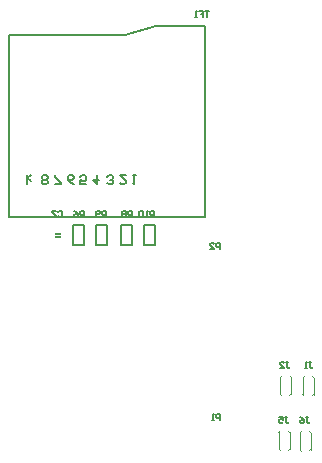
<source format=gbo>
G04*
G04 #@! TF.GenerationSoftware,Altium Limited,Altium Designer,20.0.13 (296)*
G04*
G04 Layer_Color=32896*
%FSLAX24Y24*%
%MOIN*%
G70*
G01*
G75*
%ADD13C,0.0010*%
%ADD14C,0.0060*%
%ADD17C,0.0050*%
%ADD84C,0.0040*%
G36*
X20390Y26685D02*
Y26720D01*
X20210D01*
Y26685D01*
X20390D01*
D02*
G37*
G36*
X20210Y26815D02*
Y26780D01*
X20390D01*
Y26815D01*
X20210D01*
D02*
G37*
D13*
Y26780D02*
Y26815D01*
X20390Y26780D02*
Y26815D01*
X20210Y26780D02*
X20390D01*
X20210Y26815D02*
X20390D01*
X20210Y26685D02*
X20390D01*
X20210Y26720D02*
X20390D01*
X20210Y26685D02*
Y26720D01*
X20390Y26685D02*
Y26720D01*
D14*
X21927Y26443D02*
Y27092D01*
X21573Y26443D02*
Y27092D01*
Y26443D02*
X21927D01*
X21573Y27092D02*
X21927D01*
X22777Y26443D02*
Y27092D01*
X22423Y26443D02*
Y27092D01*
Y26443D02*
X22777D01*
X22423Y27092D02*
X22777D01*
X21177Y26443D02*
Y27092D01*
X20823Y26443D02*
Y27092D01*
Y26443D02*
X21177D01*
X20823Y27092D02*
X21177D01*
X23527Y26443D02*
Y27092D01*
X23173Y26443D02*
Y27092D01*
Y26443D02*
X23527D01*
X23173Y27092D02*
X23527D01*
X25199Y27350D02*
Y33736D01*
X23565D02*
X25199D01*
X18661Y27350D02*
X25199D01*
X18661D02*
Y33416D01*
X22565D01*
X22555D02*
X23565Y33736D01*
X19275Y28750D02*
Y28450D01*
Y28650D02*
X19425Y28550D01*
X19275Y28650D02*
X19425Y28750D01*
X19775Y28500D02*
X19825Y28450D01*
X19925D01*
X19975Y28500D01*
Y28550D01*
X19925Y28600D01*
X19975Y28650D01*
Y28700D01*
X19925Y28750D01*
X19825D01*
X19775Y28700D01*
Y28650D01*
X19825Y28600D01*
X19775Y28550D01*
Y28500D01*
X19825Y28600D02*
X19925D01*
X20215Y28450D02*
X20415D01*
Y28500D01*
X20215Y28700D01*
Y28750D01*
X20835Y28450D02*
X20735Y28500D01*
X20635Y28600D01*
Y28700D01*
X20685Y28750D01*
X20785D01*
X20835Y28700D01*
Y28650D01*
X20785Y28600D01*
X20635D01*
X21255Y28450D02*
X21055D01*
Y28600D01*
X21155Y28550D01*
X21205D01*
X21255Y28600D01*
Y28700D01*
X21205Y28750D01*
X21105D01*
X21055Y28700D01*
X21625Y28750D02*
Y28450D01*
X21475Y28600D01*
X21675D01*
X21945Y28500D02*
X21995Y28450D01*
X22095D01*
X22145Y28500D01*
Y28550D01*
X22095Y28600D01*
X22045D01*
X22095D01*
X22145Y28650D01*
Y28700D01*
X22095Y28750D01*
X21995D01*
X21945Y28700D01*
X22565Y28750D02*
X22365D01*
X22565Y28550D01*
Y28500D01*
X22515Y28450D01*
X22415D01*
X22365Y28500D01*
X22795Y28750D02*
X22895D01*
X22845D01*
Y28450D01*
X22795Y28500D01*
D17*
X25340Y34220D02*
X25207D01*
X25273D01*
Y34020D01*
X25007Y34220D02*
X25140D01*
Y34120D01*
X25073D01*
X25140D01*
Y34020D01*
X24940D02*
X24873D01*
X24907D01*
Y34220D01*
X24940Y34187D01*
X23510Y27370D02*
Y27570D01*
X23410D01*
X23377Y27537D01*
Y27470D01*
X23410Y27437D01*
X23510D01*
X23443D02*
X23377Y27370D01*
X23310D02*
X23243D01*
X23277D01*
Y27570D01*
X23310Y27537D01*
X23143D02*
X23110Y27570D01*
X23043D01*
X23010Y27537D01*
Y27403D01*
X23043Y27370D01*
X23110D01*
X23143Y27403D01*
Y27537D01*
X21910Y27370D02*
Y27570D01*
X21810D01*
X21777Y27537D01*
Y27470D01*
X21810Y27437D01*
X21910D01*
X21843D02*
X21777Y27370D01*
X21710Y27403D02*
X21677Y27370D01*
X21610D01*
X21577Y27403D01*
Y27537D01*
X21610Y27570D01*
X21677D01*
X21710Y27537D01*
Y27503D01*
X21677Y27470D01*
X21577D01*
X22760Y27370D02*
Y27570D01*
X22660D01*
X22627Y27537D01*
Y27470D01*
X22660Y27437D01*
X22760D01*
X22693D02*
X22627Y27370D01*
X22560Y27537D02*
X22527Y27570D01*
X22460D01*
X22427Y27537D01*
Y27503D01*
X22460Y27470D01*
X22427Y27437D01*
Y27403D01*
X22460Y27370D01*
X22527D01*
X22560Y27403D01*
Y27437D01*
X22527Y27470D01*
X22560Y27503D01*
Y27537D01*
X22527Y27470D02*
X22460D01*
X21160Y27370D02*
Y27570D01*
X21060D01*
X21027Y27537D01*
Y27470D01*
X21060Y27437D01*
X21160D01*
X21093D02*
X21027Y27370D01*
X20827Y27570D02*
X20893Y27537D01*
X20960Y27470D01*
Y27403D01*
X20927Y27370D01*
X20860D01*
X20827Y27403D01*
Y27437D01*
X20860Y27470D01*
X20960D01*
X25700Y26280D02*
Y26480D01*
X25600D01*
X25567Y26447D01*
Y26380D01*
X25600Y26347D01*
X25700D01*
X25367Y26280D02*
X25500D01*
X25367Y26413D01*
Y26447D01*
X25400Y26480D01*
X25467D01*
X25500Y26447D01*
X25700Y20580D02*
Y20780D01*
X25600D01*
X25567Y20747D01*
Y20680D01*
X25600Y20647D01*
X25700D01*
X25500Y20580D02*
X25433D01*
X25467D01*
Y20780D01*
X25500Y20747D01*
X28567Y20680D02*
X28633D01*
X28600D01*
Y20513D01*
X28633Y20480D01*
X28667D01*
X28700Y20513D01*
X28367Y20680D02*
X28433Y20647D01*
X28500Y20580D01*
Y20513D01*
X28467Y20480D01*
X28400D01*
X28367Y20513D01*
Y20547D01*
X28400Y20580D01*
X28500D01*
X27867Y20700D02*
X27933D01*
X27900D01*
Y20533D01*
X27933Y20500D01*
X27967D01*
X28000Y20533D01*
X27667Y20700D02*
X27800D01*
Y20600D01*
X27733Y20633D01*
X27700D01*
X27667Y20600D01*
Y20533D01*
X27700Y20500D01*
X27767D01*
X27800Y20533D01*
X27917Y22530D02*
X27983D01*
X27950D01*
Y22363D01*
X27983Y22330D01*
X28017D01*
X28050Y22363D01*
X27717Y22330D02*
X27850D01*
X27717Y22463D01*
Y22497D01*
X27750Y22530D01*
X27817D01*
X27850Y22497D01*
X28667Y22520D02*
X28733D01*
X28700D01*
Y22353D01*
X28733Y22320D01*
X28767D01*
X28800Y22353D01*
X28600Y22320D02*
X28533D01*
X28567D01*
Y22520D01*
X28600Y22487D01*
X20297Y27527D02*
X20330Y27560D01*
X20397D01*
X20430Y27527D01*
Y27393D01*
X20397Y27360D01*
X20330D01*
X20297Y27393D01*
X20230Y27560D02*
X20097D01*
Y27527D01*
X20230Y27393D01*
Y27360D01*
D84*
X27670Y19620D02*
G03*
X27720Y19570I50J0D01*
G01*
Y20230D02*
G03*
X27670Y20180I0J-50D01*
G01*
X28030D02*
G03*
X27980Y20230I-50J0D01*
G01*
Y19570D02*
G03*
X28030Y19620I0J50D01*
G01*
X28370Y19600D02*
G03*
X28420Y19550I50J0D01*
G01*
Y20210D02*
G03*
X28370Y20160I0J-50D01*
G01*
X28730D02*
G03*
X28680Y20210I-50J0D01*
G01*
Y19550D02*
G03*
X28730Y19600I0J50D01*
G01*
X28080Y22010D02*
G03*
X28030Y22060I-50J0D01*
G01*
Y21400D02*
G03*
X28080Y21450I0J50D01*
G01*
X27720D02*
G03*
X27770Y21400I50J0D01*
G01*
Y22060D02*
G03*
X27720Y22010I0J-50D01*
G01*
X28830Y22000D02*
G03*
X28780Y22050I-50J0D01*
G01*
Y21390D02*
G03*
X28830Y21440I0J50D01*
G01*
X28470D02*
G03*
X28520Y21390I50J0D01*
G01*
Y22050D02*
G03*
X28470Y22000I0J-50D01*
G01*
X27670Y19620D02*
Y20180D01*
X28030Y19620D02*
Y20180D01*
X28370Y19600D02*
Y20160D01*
X28730Y19600D02*
Y20160D01*
X28080Y21450D02*
Y22010D01*
X27720Y21450D02*
Y22010D01*
X28830Y21440D02*
Y22000D01*
X28470Y21440D02*
Y22000D01*
M02*

</source>
